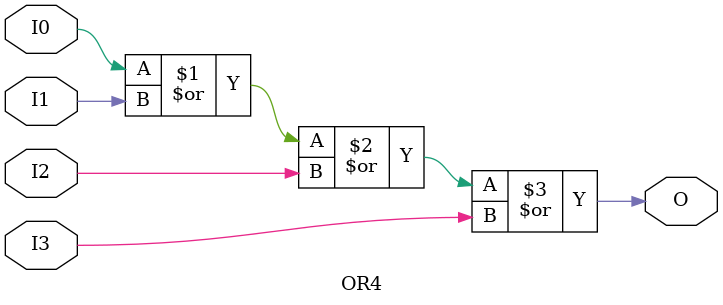
<source format=v>

/*

FUNCTION	: 4-INPUT OR GATE

*/

`timescale  100 ps / 10 ps

`celldefine

module OR4 (O, I0, I1, I2, I3);


    output O;

    input  I0, I1, I2, I3;

    or O1 (O, I0, I1, I2, I3);

    specify
	(I0 *> O) = (0, 0);
	(I1 *> O) = (0, 0);
	(I2 *> O) = (0, 0);
	(I3 *> O) = (0, 0);
    endspecify

endmodule

`endcelldefine

</source>
